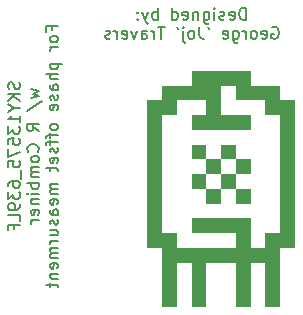
<source format=gbr>
%TF.GenerationSoftware,KiCad,Pcbnew,(6.0.7)*%
%TF.CreationDate,2022-08-24T09:40:32+01:00*%
%TF.ProjectId,Phase_Measurement_Board,50686173-655f-44d6-9561-737572656d65,rev?*%
%TF.SameCoordinates,Original*%
%TF.FileFunction,Legend,Bot*%
%TF.FilePolarity,Positive*%
%FSLAX46Y46*%
G04 Gerber Fmt 4.6, Leading zero omitted, Abs format (unit mm)*
G04 Created by KiCad (PCBNEW (6.0.7)) date 2022-08-24 09:40:32*
%MOMM*%
%LPD*%
G01*
G04 APERTURE LIST*
%ADD10C,0.150000*%
G04 APERTURE END LIST*
D10*
X223721428Y-36997380D02*
X223721428Y-35997380D01*
X223483333Y-35997380D01*
X223340476Y-36045000D01*
X223245238Y-36140238D01*
X223197619Y-36235476D01*
X223150000Y-36425952D01*
X223150000Y-36568809D01*
X223197619Y-36759285D01*
X223245238Y-36854523D01*
X223340476Y-36949761D01*
X223483333Y-36997380D01*
X223721428Y-36997380D01*
X222340476Y-36949761D02*
X222435714Y-36997380D01*
X222626190Y-36997380D01*
X222721428Y-36949761D01*
X222769047Y-36854523D01*
X222769047Y-36473571D01*
X222721428Y-36378333D01*
X222626190Y-36330714D01*
X222435714Y-36330714D01*
X222340476Y-36378333D01*
X222292857Y-36473571D01*
X222292857Y-36568809D01*
X222769047Y-36664047D01*
X221911904Y-36949761D02*
X221816666Y-36997380D01*
X221626190Y-36997380D01*
X221530952Y-36949761D01*
X221483333Y-36854523D01*
X221483333Y-36806904D01*
X221530952Y-36711666D01*
X221626190Y-36664047D01*
X221769047Y-36664047D01*
X221864285Y-36616428D01*
X221911904Y-36521190D01*
X221911904Y-36473571D01*
X221864285Y-36378333D01*
X221769047Y-36330714D01*
X221626190Y-36330714D01*
X221530952Y-36378333D01*
X221054761Y-36997380D02*
X221054761Y-36330714D01*
X221054761Y-35997380D02*
X221102380Y-36045000D01*
X221054761Y-36092619D01*
X221007142Y-36045000D01*
X221054761Y-35997380D01*
X221054761Y-36092619D01*
X220150000Y-36330714D02*
X220150000Y-37140238D01*
X220197619Y-37235476D01*
X220245238Y-37283095D01*
X220340476Y-37330714D01*
X220483333Y-37330714D01*
X220578571Y-37283095D01*
X220150000Y-36949761D02*
X220245238Y-36997380D01*
X220435714Y-36997380D01*
X220530952Y-36949761D01*
X220578571Y-36902142D01*
X220626190Y-36806904D01*
X220626190Y-36521190D01*
X220578571Y-36425952D01*
X220530952Y-36378333D01*
X220435714Y-36330714D01*
X220245238Y-36330714D01*
X220150000Y-36378333D01*
X219673809Y-36330714D02*
X219673809Y-36997380D01*
X219673809Y-36425952D02*
X219626190Y-36378333D01*
X219530952Y-36330714D01*
X219388095Y-36330714D01*
X219292857Y-36378333D01*
X219245238Y-36473571D01*
X219245238Y-36997380D01*
X218388095Y-36949761D02*
X218483333Y-36997380D01*
X218673809Y-36997380D01*
X218769047Y-36949761D01*
X218816666Y-36854523D01*
X218816666Y-36473571D01*
X218769047Y-36378333D01*
X218673809Y-36330714D01*
X218483333Y-36330714D01*
X218388095Y-36378333D01*
X218340476Y-36473571D01*
X218340476Y-36568809D01*
X218816666Y-36664047D01*
X217483333Y-36997380D02*
X217483333Y-35997380D01*
X217483333Y-36949761D02*
X217578571Y-36997380D01*
X217769047Y-36997380D01*
X217864285Y-36949761D01*
X217911904Y-36902142D01*
X217959523Y-36806904D01*
X217959523Y-36521190D01*
X217911904Y-36425952D01*
X217864285Y-36378333D01*
X217769047Y-36330714D01*
X217578571Y-36330714D01*
X217483333Y-36378333D01*
X216245238Y-36997380D02*
X216245238Y-35997380D01*
X216245238Y-36378333D02*
X216150000Y-36330714D01*
X215959523Y-36330714D01*
X215864285Y-36378333D01*
X215816666Y-36425952D01*
X215769047Y-36521190D01*
X215769047Y-36806904D01*
X215816666Y-36902142D01*
X215864285Y-36949761D01*
X215959523Y-36997380D01*
X216150000Y-36997380D01*
X216245238Y-36949761D01*
X215435714Y-36330714D02*
X215197619Y-36997380D01*
X214959523Y-36330714D02*
X215197619Y-36997380D01*
X215292857Y-37235476D01*
X215340476Y-37283095D01*
X215435714Y-37330714D01*
X214578571Y-36902142D02*
X214530952Y-36949761D01*
X214578571Y-36997380D01*
X214626190Y-36949761D01*
X214578571Y-36902142D01*
X214578571Y-36997380D01*
X214578571Y-36378333D02*
X214530952Y-36425952D01*
X214578571Y-36473571D01*
X214626190Y-36425952D01*
X214578571Y-36378333D01*
X214578571Y-36473571D01*
X225935714Y-37655000D02*
X226030952Y-37607380D01*
X226173809Y-37607380D01*
X226316666Y-37655000D01*
X226411904Y-37750238D01*
X226459523Y-37845476D01*
X226507142Y-38035952D01*
X226507142Y-38178809D01*
X226459523Y-38369285D01*
X226411904Y-38464523D01*
X226316666Y-38559761D01*
X226173809Y-38607380D01*
X226078571Y-38607380D01*
X225935714Y-38559761D01*
X225888095Y-38512142D01*
X225888095Y-38178809D01*
X226078571Y-38178809D01*
X225078571Y-38559761D02*
X225173809Y-38607380D01*
X225364285Y-38607380D01*
X225459523Y-38559761D01*
X225507142Y-38464523D01*
X225507142Y-38083571D01*
X225459523Y-37988333D01*
X225364285Y-37940714D01*
X225173809Y-37940714D01*
X225078571Y-37988333D01*
X225030952Y-38083571D01*
X225030952Y-38178809D01*
X225507142Y-38274047D01*
X224459523Y-38607380D02*
X224554761Y-38559761D01*
X224602380Y-38512142D01*
X224650000Y-38416904D01*
X224650000Y-38131190D01*
X224602380Y-38035952D01*
X224554761Y-37988333D01*
X224459523Y-37940714D01*
X224316666Y-37940714D01*
X224221428Y-37988333D01*
X224173809Y-38035952D01*
X224126190Y-38131190D01*
X224126190Y-38416904D01*
X224173809Y-38512142D01*
X224221428Y-38559761D01*
X224316666Y-38607380D01*
X224459523Y-38607380D01*
X223697619Y-38607380D02*
X223697619Y-37940714D01*
X223697619Y-38131190D02*
X223650000Y-38035952D01*
X223602380Y-37988333D01*
X223507142Y-37940714D01*
X223411904Y-37940714D01*
X222650000Y-37940714D02*
X222650000Y-38750238D01*
X222697619Y-38845476D01*
X222745238Y-38893095D01*
X222840476Y-38940714D01*
X222983333Y-38940714D01*
X223078571Y-38893095D01*
X222650000Y-38559761D02*
X222745238Y-38607380D01*
X222935714Y-38607380D01*
X223030952Y-38559761D01*
X223078571Y-38512142D01*
X223126190Y-38416904D01*
X223126190Y-38131190D01*
X223078571Y-38035952D01*
X223030952Y-37988333D01*
X222935714Y-37940714D01*
X222745238Y-37940714D01*
X222650000Y-37988333D01*
X221792857Y-38559761D02*
X221888095Y-38607380D01*
X222078571Y-38607380D01*
X222173809Y-38559761D01*
X222221428Y-38464523D01*
X222221428Y-38083571D01*
X222173809Y-37988333D01*
X222078571Y-37940714D01*
X221888095Y-37940714D01*
X221792857Y-37988333D01*
X221745238Y-38083571D01*
X221745238Y-38178809D01*
X222221428Y-38274047D01*
X220507142Y-37607380D02*
X220602380Y-37797857D01*
X219792857Y-37607380D02*
X219792857Y-38321666D01*
X219840476Y-38464523D01*
X219935714Y-38559761D01*
X220078571Y-38607380D01*
X220173809Y-38607380D01*
X219173809Y-38607380D02*
X219269047Y-38559761D01*
X219316666Y-38512142D01*
X219364285Y-38416904D01*
X219364285Y-38131190D01*
X219316666Y-38035952D01*
X219269047Y-37988333D01*
X219173809Y-37940714D01*
X219030952Y-37940714D01*
X218935714Y-37988333D01*
X218888095Y-38035952D01*
X218840476Y-38131190D01*
X218840476Y-38416904D01*
X218888095Y-38512142D01*
X218935714Y-38559761D01*
X219030952Y-38607380D01*
X219173809Y-38607380D01*
X218411904Y-37940714D02*
X218411904Y-38797857D01*
X218459523Y-38893095D01*
X218554761Y-38940714D01*
X218602380Y-38940714D01*
X218411904Y-37607380D02*
X218459523Y-37655000D01*
X218411904Y-37702619D01*
X218364285Y-37655000D01*
X218411904Y-37607380D01*
X218411904Y-37702619D01*
X217888095Y-37607380D02*
X217983333Y-37797857D01*
X216840476Y-37607380D02*
X216269047Y-37607380D01*
X216554761Y-38607380D02*
X216554761Y-37607380D01*
X215935714Y-38607380D02*
X215935714Y-37940714D01*
X215935714Y-38131190D02*
X215888095Y-38035952D01*
X215840476Y-37988333D01*
X215745238Y-37940714D01*
X215650000Y-37940714D01*
X214888095Y-38607380D02*
X214888095Y-38083571D01*
X214935714Y-37988333D01*
X215030952Y-37940714D01*
X215221428Y-37940714D01*
X215316666Y-37988333D01*
X214888095Y-38559761D02*
X214983333Y-38607380D01*
X215221428Y-38607380D01*
X215316666Y-38559761D01*
X215364285Y-38464523D01*
X215364285Y-38369285D01*
X215316666Y-38274047D01*
X215221428Y-38226428D01*
X214983333Y-38226428D01*
X214888095Y-38178809D01*
X214507142Y-37940714D02*
X214269047Y-38607380D01*
X214030952Y-37940714D01*
X213269047Y-38559761D02*
X213364285Y-38607380D01*
X213554761Y-38607380D01*
X213650000Y-38559761D01*
X213697619Y-38464523D01*
X213697619Y-38083571D01*
X213650000Y-37988333D01*
X213554761Y-37940714D01*
X213364285Y-37940714D01*
X213269047Y-37988333D01*
X213221428Y-38083571D01*
X213221428Y-38178809D01*
X213697619Y-38274047D01*
X212792857Y-38607380D02*
X212792857Y-37940714D01*
X212792857Y-38131190D02*
X212745238Y-38035952D01*
X212697619Y-37988333D01*
X212602380Y-37940714D01*
X212507142Y-37940714D01*
X212221428Y-38559761D02*
X212126190Y-38607380D01*
X211935714Y-38607380D01*
X211840476Y-38559761D01*
X211792857Y-38464523D01*
X211792857Y-38416904D01*
X211840476Y-38321666D01*
X211935714Y-38274047D01*
X212078571Y-38274047D01*
X212173809Y-38226428D01*
X212221428Y-38131190D01*
X212221428Y-38083571D01*
X212173809Y-37988333D01*
X212078571Y-37940714D01*
X211935714Y-37940714D01*
X211840476Y-37988333D01*
X204544761Y-42311904D02*
X204592380Y-42454761D01*
X204592380Y-42692857D01*
X204544761Y-42788095D01*
X204497142Y-42835714D01*
X204401904Y-42883333D01*
X204306666Y-42883333D01*
X204211428Y-42835714D01*
X204163809Y-42788095D01*
X204116190Y-42692857D01*
X204068571Y-42502380D01*
X204020952Y-42407142D01*
X203973333Y-42359523D01*
X203878095Y-42311904D01*
X203782857Y-42311904D01*
X203687619Y-42359523D01*
X203640000Y-42407142D01*
X203592380Y-42502380D01*
X203592380Y-42740476D01*
X203640000Y-42883333D01*
X204592380Y-43311904D02*
X203592380Y-43311904D01*
X204592380Y-43883333D02*
X204020952Y-43454761D01*
X203592380Y-43883333D02*
X204163809Y-43311904D01*
X204116190Y-44502380D02*
X204592380Y-44502380D01*
X203592380Y-44169047D02*
X204116190Y-44502380D01*
X203592380Y-44835714D01*
X204592380Y-45692857D02*
X204592380Y-45121428D01*
X204592380Y-45407142D02*
X203592380Y-45407142D01*
X203735238Y-45311904D01*
X203830476Y-45216666D01*
X203878095Y-45121428D01*
X203592380Y-46026190D02*
X203592380Y-46645238D01*
X203973333Y-46311904D01*
X203973333Y-46454761D01*
X204020952Y-46550000D01*
X204068571Y-46597619D01*
X204163809Y-46645238D01*
X204401904Y-46645238D01*
X204497142Y-46597619D01*
X204544761Y-46550000D01*
X204592380Y-46454761D01*
X204592380Y-46169047D01*
X204544761Y-46073809D01*
X204497142Y-46026190D01*
X203592380Y-47550000D02*
X203592380Y-47073809D01*
X204068571Y-47026190D01*
X204020952Y-47073809D01*
X203973333Y-47169047D01*
X203973333Y-47407142D01*
X204020952Y-47502380D01*
X204068571Y-47550000D01*
X204163809Y-47597619D01*
X204401904Y-47597619D01*
X204497142Y-47550000D01*
X204544761Y-47502380D01*
X204592380Y-47407142D01*
X204592380Y-47169047D01*
X204544761Y-47073809D01*
X204497142Y-47026190D01*
X203592380Y-47930952D02*
X203592380Y-48597619D01*
X204592380Y-48169047D01*
X203592380Y-49454761D02*
X203592380Y-48978571D01*
X204068571Y-48930952D01*
X204020952Y-48978571D01*
X203973333Y-49073809D01*
X203973333Y-49311904D01*
X204020952Y-49407142D01*
X204068571Y-49454761D01*
X204163809Y-49502380D01*
X204401904Y-49502380D01*
X204497142Y-49454761D01*
X204544761Y-49407142D01*
X204592380Y-49311904D01*
X204592380Y-49073809D01*
X204544761Y-48978571D01*
X204497142Y-48930952D01*
X204687619Y-49692857D02*
X204687619Y-50454761D01*
X203592380Y-51121428D02*
X203592380Y-50930952D01*
X203640000Y-50835714D01*
X203687619Y-50788095D01*
X203830476Y-50692857D01*
X204020952Y-50645238D01*
X204401904Y-50645238D01*
X204497142Y-50692857D01*
X204544761Y-50740476D01*
X204592380Y-50835714D01*
X204592380Y-51026190D01*
X204544761Y-51121428D01*
X204497142Y-51169047D01*
X204401904Y-51216666D01*
X204163809Y-51216666D01*
X204068571Y-51169047D01*
X204020952Y-51121428D01*
X203973333Y-51026190D01*
X203973333Y-50835714D01*
X204020952Y-50740476D01*
X204068571Y-50692857D01*
X204163809Y-50645238D01*
X203592380Y-51550000D02*
X203592380Y-52169047D01*
X203973333Y-51835714D01*
X203973333Y-51978571D01*
X204020952Y-52073809D01*
X204068571Y-52121428D01*
X204163809Y-52169047D01*
X204401904Y-52169047D01*
X204497142Y-52121428D01*
X204544761Y-52073809D01*
X204592380Y-51978571D01*
X204592380Y-51692857D01*
X204544761Y-51597619D01*
X204497142Y-51550000D01*
X204592380Y-52645238D02*
X204592380Y-52835714D01*
X204544761Y-52930952D01*
X204497142Y-52978571D01*
X204354285Y-53073809D01*
X204163809Y-53121428D01*
X203782857Y-53121428D01*
X203687619Y-53073809D01*
X203640000Y-53026190D01*
X203592380Y-52930952D01*
X203592380Y-52740476D01*
X203640000Y-52645238D01*
X203687619Y-52597619D01*
X203782857Y-52550000D01*
X204020952Y-52550000D01*
X204116190Y-52597619D01*
X204163809Y-52645238D01*
X204211428Y-52740476D01*
X204211428Y-52930952D01*
X204163809Y-53026190D01*
X204116190Y-53073809D01*
X204020952Y-53121428D01*
X204592380Y-54026190D02*
X204592380Y-53550000D01*
X203592380Y-53550000D01*
X204068571Y-54692857D02*
X204068571Y-54359523D01*
X204592380Y-54359523D02*
X203592380Y-54359523D01*
X203592380Y-54835714D01*
X205535714Y-42883333D02*
X206202380Y-43073809D01*
X205726190Y-43264285D01*
X206202380Y-43454761D01*
X205535714Y-43645238D01*
X205154761Y-44740476D02*
X206440476Y-43883333D01*
X206202380Y-46407142D02*
X205726190Y-46073809D01*
X206202380Y-45835714D02*
X205202380Y-45835714D01*
X205202380Y-46216666D01*
X205250000Y-46311904D01*
X205297619Y-46359523D01*
X205392857Y-46407142D01*
X205535714Y-46407142D01*
X205630952Y-46359523D01*
X205678571Y-46311904D01*
X205726190Y-46216666D01*
X205726190Y-45835714D01*
X206107142Y-48169047D02*
X206154761Y-48121428D01*
X206202380Y-47978571D01*
X206202380Y-47883333D01*
X206154761Y-47740476D01*
X206059523Y-47645238D01*
X205964285Y-47597619D01*
X205773809Y-47550000D01*
X205630952Y-47550000D01*
X205440476Y-47597619D01*
X205345238Y-47645238D01*
X205250000Y-47740476D01*
X205202380Y-47883333D01*
X205202380Y-47978571D01*
X205250000Y-48121428D01*
X205297619Y-48169047D01*
X206202380Y-48740476D02*
X206154761Y-48645238D01*
X206107142Y-48597619D01*
X206011904Y-48550000D01*
X205726190Y-48550000D01*
X205630952Y-48597619D01*
X205583333Y-48645238D01*
X205535714Y-48740476D01*
X205535714Y-48883333D01*
X205583333Y-48978571D01*
X205630952Y-49026190D01*
X205726190Y-49073809D01*
X206011904Y-49073809D01*
X206107142Y-49026190D01*
X206154761Y-48978571D01*
X206202380Y-48883333D01*
X206202380Y-48740476D01*
X206202380Y-49502380D02*
X205535714Y-49502380D01*
X205630952Y-49502380D02*
X205583333Y-49550000D01*
X205535714Y-49645238D01*
X205535714Y-49788095D01*
X205583333Y-49883333D01*
X205678571Y-49930952D01*
X206202380Y-49930952D01*
X205678571Y-49930952D02*
X205583333Y-49978571D01*
X205535714Y-50073809D01*
X205535714Y-50216666D01*
X205583333Y-50311904D01*
X205678571Y-50359523D01*
X206202380Y-50359523D01*
X206202380Y-50835714D02*
X205202380Y-50835714D01*
X205583333Y-50835714D02*
X205535714Y-50930952D01*
X205535714Y-51121428D01*
X205583333Y-51216666D01*
X205630952Y-51264285D01*
X205726190Y-51311904D01*
X206011904Y-51311904D01*
X206107142Y-51264285D01*
X206154761Y-51216666D01*
X206202380Y-51121428D01*
X206202380Y-50930952D01*
X206154761Y-50835714D01*
X206202380Y-51740476D02*
X205535714Y-51740476D01*
X205202380Y-51740476D02*
X205250000Y-51692857D01*
X205297619Y-51740476D01*
X205250000Y-51788095D01*
X205202380Y-51740476D01*
X205297619Y-51740476D01*
X205535714Y-52216666D02*
X206202380Y-52216666D01*
X205630952Y-52216666D02*
X205583333Y-52264285D01*
X205535714Y-52359523D01*
X205535714Y-52502380D01*
X205583333Y-52597619D01*
X205678571Y-52645238D01*
X206202380Y-52645238D01*
X206154761Y-53502380D02*
X206202380Y-53407142D01*
X206202380Y-53216666D01*
X206154761Y-53121428D01*
X206059523Y-53073809D01*
X205678571Y-53073809D01*
X205583333Y-53121428D01*
X205535714Y-53216666D01*
X205535714Y-53407142D01*
X205583333Y-53502380D01*
X205678571Y-53550000D01*
X205773809Y-53550000D01*
X205869047Y-53073809D01*
X206202380Y-53978571D02*
X205535714Y-53978571D01*
X205726190Y-53978571D02*
X205630952Y-54026190D01*
X205583333Y-54073809D01*
X205535714Y-54169047D01*
X205535714Y-54264285D01*
X207288571Y-37907142D02*
X207288571Y-37573809D01*
X207812380Y-37573809D02*
X206812380Y-37573809D01*
X206812380Y-38050000D01*
X207812380Y-38573809D02*
X207764761Y-38478571D01*
X207717142Y-38430952D01*
X207621904Y-38383333D01*
X207336190Y-38383333D01*
X207240952Y-38430952D01*
X207193333Y-38478571D01*
X207145714Y-38573809D01*
X207145714Y-38716666D01*
X207193333Y-38811904D01*
X207240952Y-38859523D01*
X207336190Y-38907142D01*
X207621904Y-38907142D01*
X207717142Y-38859523D01*
X207764761Y-38811904D01*
X207812380Y-38716666D01*
X207812380Y-38573809D01*
X207812380Y-39335714D02*
X207145714Y-39335714D01*
X207336190Y-39335714D02*
X207240952Y-39383333D01*
X207193333Y-39430952D01*
X207145714Y-39526190D01*
X207145714Y-39621428D01*
X207145714Y-40716666D02*
X208145714Y-40716666D01*
X207193333Y-40716666D02*
X207145714Y-40811904D01*
X207145714Y-41002380D01*
X207193333Y-41097619D01*
X207240952Y-41145238D01*
X207336190Y-41192857D01*
X207621904Y-41192857D01*
X207717142Y-41145238D01*
X207764761Y-41097619D01*
X207812380Y-41002380D01*
X207812380Y-40811904D01*
X207764761Y-40716666D01*
X207812380Y-41621428D02*
X206812380Y-41621428D01*
X207812380Y-42050000D02*
X207288571Y-42050000D01*
X207193333Y-42002380D01*
X207145714Y-41907142D01*
X207145714Y-41764285D01*
X207193333Y-41669047D01*
X207240952Y-41621428D01*
X207812380Y-42954761D02*
X207288571Y-42954761D01*
X207193333Y-42907142D01*
X207145714Y-42811904D01*
X207145714Y-42621428D01*
X207193333Y-42526190D01*
X207764761Y-42954761D02*
X207812380Y-42859523D01*
X207812380Y-42621428D01*
X207764761Y-42526190D01*
X207669523Y-42478571D01*
X207574285Y-42478571D01*
X207479047Y-42526190D01*
X207431428Y-42621428D01*
X207431428Y-42859523D01*
X207383809Y-42954761D01*
X207764761Y-43383333D02*
X207812380Y-43478571D01*
X207812380Y-43669047D01*
X207764761Y-43764285D01*
X207669523Y-43811904D01*
X207621904Y-43811904D01*
X207526666Y-43764285D01*
X207479047Y-43669047D01*
X207479047Y-43526190D01*
X207431428Y-43430952D01*
X207336190Y-43383333D01*
X207288571Y-43383333D01*
X207193333Y-43430952D01*
X207145714Y-43526190D01*
X207145714Y-43669047D01*
X207193333Y-43764285D01*
X207764761Y-44621428D02*
X207812380Y-44526190D01*
X207812380Y-44335714D01*
X207764761Y-44240476D01*
X207669523Y-44192857D01*
X207288571Y-44192857D01*
X207193333Y-44240476D01*
X207145714Y-44335714D01*
X207145714Y-44526190D01*
X207193333Y-44621428D01*
X207288571Y-44669047D01*
X207383809Y-44669047D01*
X207479047Y-44192857D01*
X207812380Y-46002380D02*
X207764761Y-45907142D01*
X207717142Y-45859523D01*
X207621904Y-45811904D01*
X207336190Y-45811904D01*
X207240952Y-45859523D01*
X207193333Y-45907142D01*
X207145714Y-46002380D01*
X207145714Y-46145238D01*
X207193333Y-46240476D01*
X207240952Y-46288095D01*
X207336190Y-46335714D01*
X207621904Y-46335714D01*
X207717142Y-46288095D01*
X207764761Y-46240476D01*
X207812380Y-46145238D01*
X207812380Y-46002380D01*
X207145714Y-46621428D02*
X207145714Y-47002380D01*
X207812380Y-46764285D02*
X206955238Y-46764285D01*
X206860000Y-46811904D01*
X206812380Y-46907142D01*
X206812380Y-47002380D01*
X207145714Y-47192857D02*
X207145714Y-47573809D01*
X207812380Y-47335714D02*
X206955238Y-47335714D01*
X206860000Y-47383333D01*
X206812380Y-47478571D01*
X206812380Y-47573809D01*
X207764761Y-47859523D02*
X207812380Y-47954761D01*
X207812380Y-48145238D01*
X207764761Y-48240476D01*
X207669523Y-48288095D01*
X207621904Y-48288095D01*
X207526666Y-48240476D01*
X207479047Y-48145238D01*
X207479047Y-48002380D01*
X207431428Y-47907142D01*
X207336190Y-47859523D01*
X207288571Y-47859523D01*
X207193333Y-47907142D01*
X207145714Y-48002380D01*
X207145714Y-48145238D01*
X207193333Y-48240476D01*
X207764761Y-49097619D02*
X207812380Y-49002380D01*
X207812380Y-48811904D01*
X207764761Y-48716666D01*
X207669523Y-48669047D01*
X207288571Y-48669047D01*
X207193333Y-48716666D01*
X207145714Y-48811904D01*
X207145714Y-49002380D01*
X207193333Y-49097619D01*
X207288571Y-49145238D01*
X207383809Y-49145238D01*
X207479047Y-48669047D01*
X207145714Y-49430952D02*
X207145714Y-49811904D01*
X206812380Y-49573809D02*
X207669523Y-49573809D01*
X207764761Y-49621428D01*
X207812380Y-49716666D01*
X207812380Y-49811904D01*
X207812380Y-50907142D02*
X207145714Y-50907142D01*
X207240952Y-50907142D02*
X207193333Y-50954761D01*
X207145714Y-51049999D01*
X207145714Y-51192857D01*
X207193333Y-51288095D01*
X207288571Y-51335714D01*
X207812380Y-51335714D01*
X207288571Y-51335714D02*
X207193333Y-51383333D01*
X207145714Y-51478571D01*
X207145714Y-51621428D01*
X207193333Y-51716666D01*
X207288571Y-51764285D01*
X207812380Y-51764285D01*
X207764761Y-52621428D02*
X207812380Y-52526190D01*
X207812380Y-52335714D01*
X207764761Y-52240476D01*
X207669523Y-52192857D01*
X207288571Y-52192857D01*
X207193333Y-52240476D01*
X207145714Y-52335714D01*
X207145714Y-52526190D01*
X207193333Y-52621428D01*
X207288571Y-52669047D01*
X207383809Y-52669047D01*
X207479047Y-52192857D01*
X207812380Y-53526190D02*
X207288571Y-53526190D01*
X207193333Y-53478571D01*
X207145714Y-53383333D01*
X207145714Y-53192857D01*
X207193333Y-53097619D01*
X207764761Y-53526190D02*
X207812380Y-53430952D01*
X207812380Y-53192857D01*
X207764761Y-53097619D01*
X207669523Y-53049999D01*
X207574285Y-53049999D01*
X207479047Y-53097619D01*
X207431428Y-53192857D01*
X207431428Y-53430952D01*
X207383809Y-53526190D01*
X207764761Y-53954761D02*
X207812380Y-54049999D01*
X207812380Y-54240476D01*
X207764761Y-54335714D01*
X207669523Y-54383333D01*
X207621904Y-54383333D01*
X207526666Y-54335714D01*
X207479047Y-54240476D01*
X207479047Y-54097619D01*
X207431428Y-54002380D01*
X207336190Y-53954761D01*
X207288571Y-53954761D01*
X207193333Y-54002380D01*
X207145714Y-54097619D01*
X207145714Y-54240476D01*
X207193333Y-54335714D01*
X207145714Y-55240476D02*
X207812380Y-55240476D01*
X207145714Y-54811904D02*
X207669523Y-54811904D01*
X207764761Y-54859523D01*
X207812380Y-54954761D01*
X207812380Y-55097619D01*
X207764761Y-55192857D01*
X207717142Y-55240476D01*
X207812380Y-55716666D02*
X207145714Y-55716666D01*
X207336190Y-55716666D02*
X207240952Y-55764285D01*
X207193333Y-55811904D01*
X207145714Y-55907142D01*
X207145714Y-56002380D01*
X207812380Y-56335714D02*
X207145714Y-56335714D01*
X207240952Y-56335714D02*
X207193333Y-56383333D01*
X207145714Y-56478571D01*
X207145714Y-56621428D01*
X207193333Y-56716666D01*
X207288571Y-56764285D01*
X207812380Y-56764285D01*
X207288571Y-56764285D02*
X207193333Y-56811904D01*
X207145714Y-56907142D01*
X207145714Y-57049999D01*
X207193333Y-57145238D01*
X207288571Y-57192857D01*
X207812380Y-57192857D01*
X207764761Y-58049999D02*
X207812380Y-57954761D01*
X207812380Y-57764285D01*
X207764761Y-57669047D01*
X207669523Y-57621428D01*
X207288571Y-57621428D01*
X207193333Y-57669047D01*
X207145714Y-57764285D01*
X207145714Y-57954761D01*
X207193333Y-58049999D01*
X207288571Y-58097619D01*
X207383809Y-58097619D01*
X207479047Y-57621428D01*
X207145714Y-58526190D02*
X207812380Y-58526190D01*
X207240952Y-58526190D02*
X207193333Y-58573809D01*
X207145714Y-58669047D01*
X207145714Y-58811904D01*
X207193333Y-58907142D01*
X207288571Y-58954761D01*
X207812380Y-58954761D01*
X207145714Y-59288095D02*
X207145714Y-59669047D01*
X206812380Y-59430952D02*
X207669523Y-59430952D01*
X207764761Y-59478571D01*
X207812380Y-59573809D01*
X207812380Y-59669047D01*
%TO.C,G\u002A\u002A\u002A*%
G36*
X226645333Y-56295334D02*
G01*
X226645333Y-61290667D01*
X225375333Y-61290667D01*
X225375333Y-57565334D01*
X224190000Y-57565334D01*
X224190000Y-61290667D01*
X222920000Y-61290667D01*
X222920000Y-57565334D01*
X220380000Y-57565334D01*
X220380000Y-61290667D01*
X219194666Y-61290667D01*
X219194666Y-57565334D01*
X217924666Y-57565334D01*
X217924666Y-61290667D01*
X216654666Y-61290667D01*
X216654666Y-56295334D01*
X215384666Y-56295334D01*
X215384666Y-55025334D01*
X216654666Y-55025334D01*
X217924666Y-55025334D01*
X217924666Y-56295334D01*
X222920000Y-56295334D01*
X222920000Y-55025334D01*
X219194666Y-55025334D01*
X219194666Y-53755334D01*
X224190000Y-53755334D01*
X224190000Y-56295334D01*
X225375333Y-56295334D01*
X225375333Y-55025334D01*
X226645333Y-55025334D01*
X226645333Y-45034667D01*
X225375333Y-45034667D01*
X225375333Y-43764667D01*
X222920000Y-43764667D01*
X222920000Y-42579334D01*
X221650000Y-42579334D01*
X221650000Y-45034667D01*
X224190000Y-45034667D01*
X224190000Y-46304667D01*
X219194666Y-46304667D01*
X219194666Y-45034667D01*
X220380000Y-45034667D01*
X220380000Y-43764667D01*
X217924666Y-43764667D01*
X217924666Y-45034667D01*
X216654666Y-45034667D01*
X216654666Y-55025334D01*
X215384666Y-55025334D01*
X215384666Y-43764667D01*
X216654666Y-43764667D01*
X216654666Y-42579334D01*
X219194666Y-42579334D01*
X219194666Y-41309334D01*
X224190000Y-41309334D01*
X224190000Y-42579334D01*
X226645333Y-42579334D01*
X226645333Y-43764667D01*
X227915333Y-43764667D01*
X227915333Y-56295334D01*
X226645333Y-56295334D01*
G37*
G36*
X224190000Y-52570000D02*
G01*
X222920000Y-52570000D01*
X222920000Y-51300000D01*
X224190000Y-51300000D01*
X224190000Y-52570000D01*
G37*
G36*
X220380000Y-51300000D02*
G01*
X219194666Y-51300000D01*
X219194666Y-50030000D01*
X220380000Y-50030000D01*
X220380000Y-51300000D01*
G37*
G36*
X220380000Y-48760000D02*
G01*
X219194666Y-48760000D01*
X219194666Y-47574667D01*
X220380000Y-47574667D01*
X220380000Y-48760000D01*
G37*
G36*
X222920000Y-48760000D02*
G01*
X221650000Y-48760000D01*
X221650000Y-50030000D01*
X222920000Y-50030000D01*
X222920000Y-51300000D01*
X221650000Y-51300000D01*
X221650000Y-50030000D01*
X220380000Y-50030000D01*
X220380000Y-48760000D01*
X221650000Y-48760000D01*
X221650000Y-47574667D01*
X222920000Y-47574667D01*
X222920000Y-48760000D01*
G37*
G36*
X224190000Y-48760000D02*
G01*
X224190000Y-50030000D01*
X222920000Y-50030000D01*
X222920000Y-48760000D01*
X224190000Y-48760000D01*
G37*
G36*
X221650000Y-52570000D02*
G01*
X220380000Y-52570000D01*
X220380000Y-51300000D01*
X221650000Y-51300000D01*
X221650000Y-52570000D01*
G37*
%TD*%
M02*

</source>
